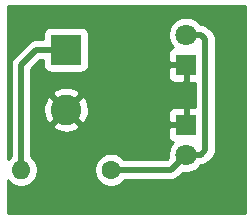
<source format=gbr>
%TF.GenerationSoftware,KiCad,Pcbnew,5.1.6-c6e7f7d~87~ubuntu20.04.1*%
%TF.CreationDate,2020-09-28T13:14:46-03:00*%
%TF.ProjectId,dois-leds,646f6973-2d6c-4656-9473-2e6b69636164,rev?*%
%TF.SameCoordinates,Original*%
%TF.FileFunction,Copper,L2,Bot*%
%TF.FilePolarity,Positive*%
%FSLAX46Y46*%
G04 Gerber Fmt 4.6, Leading zero omitted, Abs format (unit mm)*
G04 Created by KiCad (PCBNEW 5.1.6-c6e7f7d~87~ubuntu20.04.1) date 2020-09-28 13:14:46*
%MOMM*%
%LPD*%
G01*
G04 APERTURE LIST*
%TA.AperFunction,ComponentPad*%
%ADD10C,2.600000*%
%TD*%
%TA.AperFunction,ComponentPad*%
%ADD11R,2.600000X2.600000*%
%TD*%
%TA.AperFunction,ComponentPad*%
%ADD12O,1.600000X1.600000*%
%TD*%
%TA.AperFunction,ComponentPad*%
%ADD13C,1.600000*%
%TD*%
%TA.AperFunction,ComponentPad*%
%ADD14C,1.800000*%
%TD*%
%TA.AperFunction,ComponentPad*%
%ADD15R,1.800000X1.800000*%
%TD*%
%TA.AperFunction,Conductor*%
%ADD16C,0.500000*%
%TD*%
%TA.AperFunction,Conductor*%
%ADD17C,0.254000*%
%TD*%
G04 APERTURE END LIST*
D10*
%TO.P,V1,2*%
%TO.N,/gnd*%
X43180000Y-59690000D03*
D11*
%TO.P,V1,1*%
%TO.N,Net-(R1-Pad2)*%
X43180000Y-54610000D03*
%TD*%
D12*
%TO.P,R1,2*%
%TO.N,Net-(R1-Pad2)*%
X39370000Y-64770000D03*
D13*
%TO.P,R1,1*%
%TO.N,Net-(D1-Pad2)*%
X46990000Y-64770000D03*
%TD*%
D14*
%TO.P,D2,2*%
%TO.N,Net-(D1-Pad2)*%
X53340000Y-63500000D03*
D15*
%TO.P,D2,1*%
%TO.N,/gnd*%
X53340000Y-60960000D03*
%TD*%
D14*
%TO.P,D1,2*%
%TO.N,Net-(D1-Pad2)*%
X53340000Y-53340000D03*
D15*
%TO.P,D1,1*%
%TO.N,/gnd*%
X53340000Y-55880000D03*
%TD*%
D16*
%TO.N,Net-(D1-Pad2)*%
X52070000Y-64770000D02*
X53340000Y-63500000D01*
X46990000Y-64770000D02*
X52070000Y-64770000D01*
X54612792Y-53340000D02*
X53340000Y-53340000D01*
X54990001Y-53717209D02*
X54612792Y-53340000D01*
X54990001Y-63122791D02*
X54990001Y-53717209D01*
X54612792Y-63500000D02*
X54990001Y-63122791D01*
X53340000Y-63500000D02*
X54612792Y-63500000D01*
%TO.N,Net-(R1-Pad2)*%
X43180000Y-54610000D02*
X40640000Y-54610000D01*
X40640000Y-54610000D02*
X39370000Y-55880000D01*
X39370000Y-55880000D02*
X39370000Y-64770000D01*
%TD*%
D17*
%TO.N,/gnd*%
G36*
X58293000Y-68453000D02*
G01*
X38227000Y-68453000D01*
X38227000Y-65642311D01*
X38255363Y-65684759D01*
X38455241Y-65884637D01*
X38690273Y-66041680D01*
X38951426Y-66149853D01*
X39228665Y-66205000D01*
X39511335Y-66205000D01*
X39788574Y-66149853D01*
X40049727Y-66041680D01*
X40284759Y-65884637D01*
X40484637Y-65684759D01*
X40641680Y-65449727D01*
X40749853Y-65188574D01*
X40805000Y-64911335D01*
X40805000Y-64628665D01*
X45555000Y-64628665D01*
X45555000Y-64911335D01*
X45610147Y-65188574D01*
X45718320Y-65449727D01*
X45875363Y-65684759D01*
X46075241Y-65884637D01*
X46310273Y-66041680D01*
X46571426Y-66149853D01*
X46848665Y-66205000D01*
X47131335Y-66205000D01*
X47408574Y-66149853D01*
X47669727Y-66041680D01*
X47904759Y-65884637D01*
X48104637Y-65684759D01*
X48124521Y-65655000D01*
X52026531Y-65655000D01*
X52070000Y-65659281D01*
X52113469Y-65655000D01*
X52113477Y-65655000D01*
X52243490Y-65642195D01*
X52410313Y-65591589D01*
X52564059Y-65509411D01*
X52698817Y-65398817D01*
X52726534Y-65365044D01*
X53078518Y-65013060D01*
X53188816Y-65035000D01*
X53491184Y-65035000D01*
X53787743Y-64976011D01*
X54067095Y-64860299D01*
X54318505Y-64692312D01*
X54532312Y-64478505D01*
X54593218Y-64387353D01*
X54612792Y-64389281D01*
X54656261Y-64385000D01*
X54656269Y-64385000D01*
X54786282Y-64372195D01*
X54953105Y-64321589D01*
X55106851Y-64239411D01*
X55241609Y-64128817D01*
X55269326Y-64095044D01*
X55585046Y-63779324D01*
X55618818Y-63751608D01*
X55729412Y-63616850D01*
X55811590Y-63463104D01*
X55862196Y-63296281D01*
X55875001Y-63166268D01*
X55875001Y-63166258D01*
X55879282Y-63122792D01*
X55875001Y-63079325D01*
X55875001Y-53760675D01*
X55879282Y-53717208D01*
X55875001Y-53673742D01*
X55875001Y-53673732D01*
X55862196Y-53543719D01*
X55811590Y-53376896D01*
X55729412Y-53223150D01*
X55618818Y-53088392D01*
X55585045Y-53060675D01*
X55269326Y-52744956D01*
X55241609Y-52711183D01*
X55106851Y-52600589D01*
X54953105Y-52518411D01*
X54786282Y-52467805D01*
X54656269Y-52455000D01*
X54656261Y-52455000D01*
X54612792Y-52450719D01*
X54593218Y-52452647D01*
X54532312Y-52361495D01*
X54318505Y-52147688D01*
X54067095Y-51979701D01*
X53787743Y-51863989D01*
X53491184Y-51805000D01*
X53188816Y-51805000D01*
X52892257Y-51863989D01*
X52612905Y-51979701D01*
X52361495Y-52147688D01*
X52147688Y-52361495D01*
X51979701Y-52612905D01*
X51863989Y-52892257D01*
X51805000Y-53188816D01*
X51805000Y-53491184D01*
X51863989Y-53787743D01*
X51979701Y-54067095D01*
X52147688Y-54318505D01*
X52214127Y-54384944D01*
X52195820Y-54390498D01*
X52085506Y-54449463D01*
X51988815Y-54528815D01*
X51909463Y-54625506D01*
X51850498Y-54735820D01*
X51814188Y-54855518D01*
X51801928Y-54980000D01*
X51805000Y-55594250D01*
X51963750Y-55753000D01*
X53213000Y-55753000D01*
X53213000Y-55733000D01*
X53467000Y-55733000D01*
X53467000Y-55753000D01*
X53487000Y-55753000D01*
X53487000Y-56007000D01*
X53467000Y-56007000D01*
X53467000Y-57256250D01*
X53625750Y-57415000D01*
X54105002Y-57417397D01*
X54105001Y-59422603D01*
X53625750Y-59425000D01*
X53467000Y-59583750D01*
X53467000Y-60833000D01*
X53487000Y-60833000D01*
X53487000Y-61087000D01*
X53467000Y-61087000D01*
X53467000Y-61107000D01*
X53213000Y-61107000D01*
X53213000Y-61087000D01*
X51963750Y-61087000D01*
X51805000Y-61245750D01*
X51801928Y-61860000D01*
X51814188Y-61984482D01*
X51850498Y-62104180D01*
X51909463Y-62214494D01*
X51988815Y-62311185D01*
X52085506Y-62390537D01*
X52195820Y-62449502D01*
X52214127Y-62455056D01*
X52147688Y-62521495D01*
X51979701Y-62772905D01*
X51863989Y-63052257D01*
X51805000Y-63348816D01*
X51805000Y-63651184D01*
X51826940Y-63761482D01*
X51703422Y-63885000D01*
X48124521Y-63885000D01*
X48104637Y-63855241D01*
X47904759Y-63655363D01*
X47669727Y-63498320D01*
X47408574Y-63390147D01*
X47131335Y-63335000D01*
X46848665Y-63335000D01*
X46571426Y-63390147D01*
X46310273Y-63498320D01*
X46075241Y-63655363D01*
X45875363Y-63855241D01*
X45718320Y-64090273D01*
X45610147Y-64351426D01*
X45555000Y-64628665D01*
X40805000Y-64628665D01*
X40749853Y-64351426D01*
X40641680Y-64090273D01*
X40484637Y-63855241D01*
X40284759Y-63655363D01*
X40255000Y-63635479D01*
X40255000Y-61039224D01*
X42010381Y-61039224D01*
X42142317Y-61334312D01*
X42483045Y-61505159D01*
X42850557Y-61606250D01*
X43230729Y-61633701D01*
X43608951Y-61586457D01*
X43970690Y-61466333D01*
X44217683Y-61334312D01*
X44349619Y-61039224D01*
X43180000Y-59869605D01*
X42010381Y-61039224D01*
X40255000Y-61039224D01*
X40255000Y-59740729D01*
X41236299Y-59740729D01*
X41283543Y-60118951D01*
X41403667Y-60480690D01*
X41535688Y-60727683D01*
X41830776Y-60859619D01*
X43000395Y-59690000D01*
X43359605Y-59690000D01*
X44529224Y-60859619D01*
X44824312Y-60727683D01*
X44995159Y-60386955D01*
X45085094Y-60060000D01*
X51801928Y-60060000D01*
X51805000Y-60674250D01*
X51963750Y-60833000D01*
X53213000Y-60833000D01*
X53213000Y-59583750D01*
X53054250Y-59425000D01*
X52440000Y-59421928D01*
X52315518Y-59434188D01*
X52195820Y-59470498D01*
X52085506Y-59529463D01*
X51988815Y-59608815D01*
X51909463Y-59705506D01*
X51850498Y-59815820D01*
X51814188Y-59935518D01*
X51801928Y-60060000D01*
X45085094Y-60060000D01*
X45096250Y-60019443D01*
X45123701Y-59639271D01*
X45076457Y-59261049D01*
X44956333Y-58899310D01*
X44824312Y-58652317D01*
X44529224Y-58520381D01*
X43359605Y-59690000D01*
X43000395Y-59690000D01*
X41830776Y-58520381D01*
X41535688Y-58652317D01*
X41364841Y-58993045D01*
X41263750Y-59360557D01*
X41236299Y-59740729D01*
X40255000Y-59740729D01*
X40255000Y-58340776D01*
X42010381Y-58340776D01*
X43180000Y-59510395D01*
X44349619Y-58340776D01*
X44217683Y-58045688D01*
X43876955Y-57874841D01*
X43509443Y-57773750D01*
X43129271Y-57746299D01*
X42751049Y-57793543D01*
X42389310Y-57913667D01*
X42142317Y-58045688D01*
X42010381Y-58340776D01*
X40255000Y-58340776D01*
X40255000Y-56780000D01*
X51801928Y-56780000D01*
X51814188Y-56904482D01*
X51850498Y-57024180D01*
X51909463Y-57134494D01*
X51988815Y-57231185D01*
X52085506Y-57310537D01*
X52195820Y-57369502D01*
X52315518Y-57405812D01*
X52440000Y-57418072D01*
X53054250Y-57415000D01*
X53213000Y-57256250D01*
X53213000Y-56007000D01*
X51963750Y-56007000D01*
X51805000Y-56165750D01*
X51801928Y-56780000D01*
X40255000Y-56780000D01*
X40255000Y-56246578D01*
X41006579Y-55495000D01*
X41241928Y-55495000D01*
X41241928Y-55910000D01*
X41254188Y-56034482D01*
X41290498Y-56154180D01*
X41349463Y-56264494D01*
X41428815Y-56361185D01*
X41525506Y-56440537D01*
X41635820Y-56499502D01*
X41755518Y-56535812D01*
X41880000Y-56548072D01*
X44480000Y-56548072D01*
X44604482Y-56535812D01*
X44724180Y-56499502D01*
X44834494Y-56440537D01*
X44931185Y-56361185D01*
X45010537Y-56264494D01*
X45069502Y-56154180D01*
X45105812Y-56034482D01*
X45118072Y-55910000D01*
X45118072Y-53310000D01*
X45105812Y-53185518D01*
X45069502Y-53065820D01*
X45010537Y-52955506D01*
X44931185Y-52858815D01*
X44834494Y-52779463D01*
X44724180Y-52720498D01*
X44604482Y-52684188D01*
X44480000Y-52671928D01*
X41880000Y-52671928D01*
X41755518Y-52684188D01*
X41635820Y-52720498D01*
X41525506Y-52779463D01*
X41428815Y-52858815D01*
X41349463Y-52955506D01*
X41290498Y-53065820D01*
X41254188Y-53185518D01*
X41241928Y-53310000D01*
X41241928Y-53725000D01*
X40683465Y-53725000D01*
X40639999Y-53720719D01*
X40596533Y-53725000D01*
X40596523Y-53725000D01*
X40466510Y-53737805D01*
X40299687Y-53788411D01*
X40145941Y-53870589D01*
X40145939Y-53870590D01*
X40145940Y-53870590D01*
X40044953Y-53953468D01*
X40044951Y-53953470D01*
X40011183Y-53981183D01*
X39983470Y-54014951D01*
X38774956Y-55223466D01*
X38741183Y-55251183D01*
X38630589Y-55385942D01*
X38548411Y-55539688D01*
X38497805Y-55706511D01*
X38485000Y-55836524D01*
X38485000Y-55836531D01*
X38480719Y-55880000D01*
X38485000Y-55923469D01*
X38485001Y-63635478D01*
X38455241Y-63655363D01*
X38255363Y-63855241D01*
X38227000Y-63897689D01*
X38227000Y-50927000D01*
X58293000Y-50927000D01*
X58293000Y-68453000D01*
G37*
X58293000Y-68453000D02*
X38227000Y-68453000D01*
X38227000Y-65642311D01*
X38255363Y-65684759D01*
X38455241Y-65884637D01*
X38690273Y-66041680D01*
X38951426Y-66149853D01*
X39228665Y-66205000D01*
X39511335Y-66205000D01*
X39788574Y-66149853D01*
X40049727Y-66041680D01*
X40284759Y-65884637D01*
X40484637Y-65684759D01*
X40641680Y-65449727D01*
X40749853Y-65188574D01*
X40805000Y-64911335D01*
X40805000Y-64628665D01*
X45555000Y-64628665D01*
X45555000Y-64911335D01*
X45610147Y-65188574D01*
X45718320Y-65449727D01*
X45875363Y-65684759D01*
X46075241Y-65884637D01*
X46310273Y-66041680D01*
X46571426Y-66149853D01*
X46848665Y-66205000D01*
X47131335Y-66205000D01*
X47408574Y-66149853D01*
X47669727Y-66041680D01*
X47904759Y-65884637D01*
X48104637Y-65684759D01*
X48124521Y-65655000D01*
X52026531Y-65655000D01*
X52070000Y-65659281D01*
X52113469Y-65655000D01*
X52113477Y-65655000D01*
X52243490Y-65642195D01*
X52410313Y-65591589D01*
X52564059Y-65509411D01*
X52698817Y-65398817D01*
X52726534Y-65365044D01*
X53078518Y-65013060D01*
X53188816Y-65035000D01*
X53491184Y-65035000D01*
X53787743Y-64976011D01*
X54067095Y-64860299D01*
X54318505Y-64692312D01*
X54532312Y-64478505D01*
X54593218Y-64387353D01*
X54612792Y-64389281D01*
X54656261Y-64385000D01*
X54656269Y-64385000D01*
X54786282Y-64372195D01*
X54953105Y-64321589D01*
X55106851Y-64239411D01*
X55241609Y-64128817D01*
X55269326Y-64095044D01*
X55585046Y-63779324D01*
X55618818Y-63751608D01*
X55729412Y-63616850D01*
X55811590Y-63463104D01*
X55862196Y-63296281D01*
X55875001Y-63166268D01*
X55875001Y-63166258D01*
X55879282Y-63122792D01*
X55875001Y-63079325D01*
X55875001Y-53760675D01*
X55879282Y-53717208D01*
X55875001Y-53673742D01*
X55875001Y-53673732D01*
X55862196Y-53543719D01*
X55811590Y-53376896D01*
X55729412Y-53223150D01*
X55618818Y-53088392D01*
X55585045Y-53060675D01*
X55269326Y-52744956D01*
X55241609Y-52711183D01*
X55106851Y-52600589D01*
X54953105Y-52518411D01*
X54786282Y-52467805D01*
X54656269Y-52455000D01*
X54656261Y-52455000D01*
X54612792Y-52450719D01*
X54593218Y-52452647D01*
X54532312Y-52361495D01*
X54318505Y-52147688D01*
X54067095Y-51979701D01*
X53787743Y-51863989D01*
X53491184Y-51805000D01*
X53188816Y-51805000D01*
X52892257Y-51863989D01*
X52612905Y-51979701D01*
X52361495Y-52147688D01*
X52147688Y-52361495D01*
X51979701Y-52612905D01*
X51863989Y-52892257D01*
X51805000Y-53188816D01*
X51805000Y-53491184D01*
X51863989Y-53787743D01*
X51979701Y-54067095D01*
X52147688Y-54318505D01*
X52214127Y-54384944D01*
X52195820Y-54390498D01*
X52085506Y-54449463D01*
X51988815Y-54528815D01*
X51909463Y-54625506D01*
X51850498Y-54735820D01*
X51814188Y-54855518D01*
X51801928Y-54980000D01*
X51805000Y-55594250D01*
X51963750Y-55753000D01*
X53213000Y-55753000D01*
X53213000Y-55733000D01*
X53467000Y-55733000D01*
X53467000Y-55753000D01*
X53487000Y-55753000D01*
X53487000Y-56007000D01*
X53467000Y-56007000D01*
X53467000Y-57256250D01*
X53625750Y-57415000D01*
X54105002Y-57417397D01*
X54105001Y-59422603D01*
X53625750Y-59425000D01*
X53467000Y-59583750D01*
X53467000Y-60833000D01*
X53487000Y-60833000D01*
X53487000Y-61087000D01*
X53467000Y-61087000D01*
X53467000Y-61107000D01*
X53213000Y-61107000D01*
X53213000Y-61087000D01*
X51963750Y-61087000D01*
X51805000Y-61245750D01*
X51801928Y-61860000D01*
X51814188Y-61984482D01*
X51850498Y-62104180D01*
X51909463Y-62214494D01*
X51988815Y-62311185D01*
X52085506Y-62390537D01*
X52195820Y-62449502D01*
X52214127Y-62455056D01*
X52147688Y-62521495D01*
X51979701Y-62772905D01*
X51863989Y-63052257D01*
X51805000Y-63348816D01*
X51805000Y-63651184D01*
X51826940Y-63761482D01*
X51703422Y-63885000D01*
X48124521Y-63885000D01*
X48104637Y-63855241D01*
X47904759Y-63655363D01*
X47669727Y-63498320D01*
X47408574Y-63390147D01*
X47131335Y-63335000D01*
X46848665Y-63335000D01*
X46571426Y-63390147D01*
X46310273Y-63498320D01*
X46075241Y-63655363D01*
X45875363Y-63855241D01*
X45718320Y-64090273D01*
X45610147Y-64351426D01*
X45555000Y-64628665D01*
X40805000Y-64628665D01*
X40749853Y-64351426D01*
X40641680Y-64090273D01*
X40484637Y-63855241D01*
X40284759Y-63655363D01*
X40255000Y-63635479D01*
X40255000Y-61039224D01*
X42010381Y-61039224D01*
X42142317Y-61334312D01*
X42483045Y-61505159D01*
X42850557Y-61606250D01*
X43230729Y-61633701D01*
X43608951Y-61586457D01*
X43970690Y-61466333D01*
X44217683Y-61334312D01*
X44349619Y-61039224D01*
X43180000Y-59869605D01*
X42010381Y-61039224D01*
X40255000Y-61039224D01*
X40255000Y-59740729D01*
X41236299Y-59740729D01*
X41283543Y-60118951D01*
X41403667Y-60480690D01*
X41535688Y-60727683D01*
X41830776Y-60859619D01*
X43000395Y-59690000D01*
X43359605Y-59690000D01*
X44529224Y-60859619D01*
X44824312Y-60727683D01*
X44995159Y-60386955D01*
X45085094Y-60060000D01*
X51801928Y-60060000D01*
X51805000Y-60674250D01*
X51963750Y-60833000D01*
X53213000Y-60833000D01*
X53213000Y-59583750D01*
X53054250Y-59425000D01*
X52440000Y-59421928D01*
X52315518Y-59434188D01*
X52195820Y-59470498D01*
X52085506Y-59529463D01*
X51988815Y-59608815D01*
X51909463Y-59705506D01*
X51850498Y-59815820D01*
X51814188Y-59935518D01*
X51801928Y-60060000D01*
X45085094Y-60060000D01*
X45096250Y-60019443D01*
X45123701Y-59639271D01*
X45076457Y-59261049D01*
X44956333Y-58899310D01*
X44824312Y-58652317D01*
X44529224Y-58520381D01*
X43359605Y-59690000D01*
X43000395Y-59690000D01*
X41830776Y-58520381D01*
X41535688Y-58652317D01*
X41364841Y-58993045D01*
X41263750Y-59360557D01*
X41236299Y-59740729D01*
X40255000Y-59740729D01*
X40255000Y-58340776D01*
X42010381Y-58340776D01*
X43180000Y-59510395D01*
X44349619Y-58340776D01*
X44217683Y-58045688D01*
X43876955Y-57874841D01*
X43509443Y-57773750D01*
X43129271Y-57746299D01*
X42751049Y-57793543D01*
X42389310Y-57913667D01*
X42142317Y-58045688D01*
X42010381Y-58340776D01*
X40255000Y-58340776D01*
X40255000Y-56780000D01*
X51801928Y-56780000D01*
X51814188Y-56904482D01*
X51850498Y-57024180D01*
X51909463Y-57134494D01*
X51988815Y-57231185D01*
X52085506Y-57310537D01*
X52195820Y-57369502D01*
X52315518Y-57405812D01*
X52440000Y-57418072D01*
X53054250Y-57415000D01*
X53213000Y-57256250D01*
X53213000Y-56007000D01*
X51963750Y-56007000D01*
X51805000Y-56165750D01*
X51801928Y-56780000D01*
X40255000Y-56780000D01*
X40255000Y-56246578D01*
X41006579Y-55495000D01*
X41241928Y-55495000D01*
X41241928Y-55910000D01*
X41254188Y-56034482D01*
X41290498Y-56154180D01*
X41349463Y-56264494D01*
X41428815Y-56361185D01*
X41525506Y-56440537D01*
X41635820Y-56499502D01*
X41755518Y-56535812D01*
X41880000Y-56548072D01*
X44480000Y-56548072D01*
X44604482Y-56535812D01*
X44724180Y-56499502D01*
X44834494Y-56440537D01*
X44931185Y-56361185D01*
X45010537Y-56264494D01*
X45069502Y-56154180D01*
X45105812Y-56034482D01*
X45118072Y-55910000D01*
X45118072Y-53310000D01*
X45105812Y-53185518D01*
X45069502Y-53065820D01*
X45010537Y-52955506D01*
X44931185Y-52858815D01*
X44834494Y-52779463D01*
X44724180Y-52720498D01*
X44604482Y-52684188D01*
X44480000Y-52671928D01*
X41880000Y-52671928D01*
X41755518Y-52684188D01*
X41635820Y-52720498D01*
X41525506Y-52779463D01*
X41428815Y-52858815D01*
X41349463Y-52955506D01*
X41290498Y-53065820D01*
X41254188Y-53185518D01*
X41241928Y-53310000D01*
X41241928Y-53725000D01*
X40683465Y-53725000D01*
X40639999Y-53720719D01*
X40596533Y-53725000D01*
X40596523Y-53725000D01*
X40466510Y-53737805D01*
X40299687Y-53788411D01*
X40145941Y-53870589D01*
X40145939Y-53870590D01*
X40145940Y-53870590D01*
X40044953Y-53953468D01*
X40044951Y-53953470D01*
X40011183Y-53981183D01*
X39983470Y-54014951D01*
X38774956Y-55223466D01*
X38741183Y-55251183D01*
X38630589Y-55385942D01*
X38548411Y-55539688D01*
X38497805Y-55706511D01*
X38485000Y-55836524D01*
X38485000Y-55836531D01*
X38480719Y-55880000D01*
X38485000Y-55923469D01*
X38485001Y-63635478D01*
X38455241Y-63655363D01*
X38255363Y-63855241D01*
X38227000Y-63897689D01*
X38227000Y-50927000D01*
X58293000Y-50927000D01*
X58293000Y-68453000D01*
%TD*%
M02*

</source>
